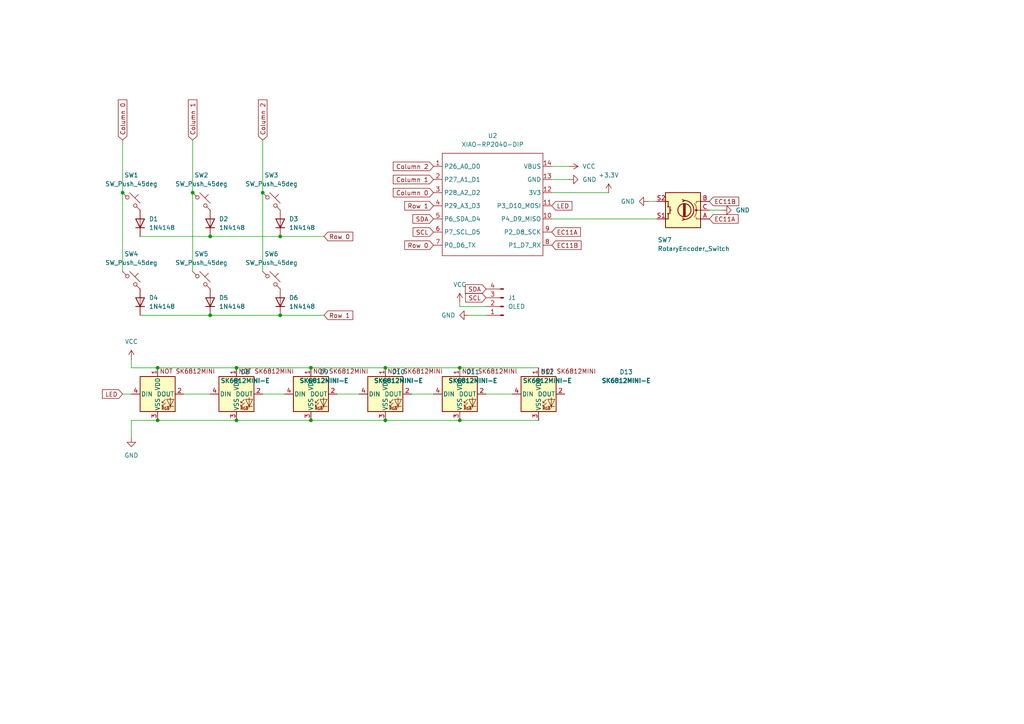
<source format=kicad_sch>
(kicad_sch (version 20250114) (generator "eeschema") (generator_version "9.0")
  (paper "A4")
  (lib_symbols
    (symbol "Connector:Conn_01x04_Pin" (pin_names (offset 1.016) (hide yes))
      (property "Reference" "J" (at 0 5.08 0))
      (property "Value" "Conn_01x04_Pin" (at 0 -7.62 0))
      (symbol "Conn_01x04_Pin_1_1"
        (rectangle (start 0.8636 2.667) (end 0 2.413) (stroke (width 0.1524)) (fill (type outline)))
        (rectangle (start 0.8636 0.127) (end 0 -0.127) (stroke (width 0.1524)) (fill (type outline)))
        (rectangle (start 0.8636 -2.413) (end 0 -2.667) (stroke (width 0.1524)) (fill (type outline)))
        (rectangle (start 0.8636 -4.953) (end 0 -5.207) (stroke (width 0.1524)) (fill (type outline)))
        (polyline (pts (xy 1.27 2.54) (xy 0.8636 2.54)) (stroke (width 0.1524)))
        (polyline (pts (xy 1.27 0) (xy 0.8636 0)) (stroke (width 0.1524)))
        (polyline (pts (xy 1.27 -2.54) (xy 0.8636 -2.54)) (stroke (width 0.1524)))
        (polyline (pts (xy 1.27 -5.08) (xy 0.8636 -5.08)) (stroke (width 0.1524)))
        (pin passive line (at 5.08 2.54 180) (length 3.81) (name "Pin_1") (number "1"))
        (pin passive line (at 5.08 0 180) (length 3.81) (name "Pin_2") (number "2"))
        (pin passive line (at 5.08 -2.54 180) (length 3.81) (name "Pin_3") (number "3"))
        (pin passive line (at 5.08 -5.08 180) (length 3.81) (name "Pin_4") (number "4"))
      )
    )
    (symbol "Device:RotaryEncoder_Switch" (pin_names (offset 0.254) (hide yes))
      (property "Reference" "SW" (at 0 6.604 0))
      (property "Value" "RotaryEncoder_Switch" (at 0 -6.604 0))
      (symbol "RotaryEncoder_Switch_0_1"
        (rectangle (start -5.08 5.08) (end 5.08 -5.08) (stroke (width 0.254)) (fill (type background)))
        (polyline (pts (xy -5.08 2.54) (xy -3.81 2.54) (xy -3.81 2.032)))
        (polyline (pts (xy -5.08 0) (xy -3.81 0) (xy -3.81 -1.016) (xy -3.302 -2.032)))
        (polyline (pts (xy -5.08 -2.54) (xy -3.81 -2.54) (xy -3.81 -2.032)))
        (polyline (pts (xy -4.318 0) (xy -3.81 0) (xy -3.81 1.016) (xy -3.302 2.032)))
        (circle (center -3.81 0) (radius 0.254) (fill (type outline)))
        (polyline (pts (xy -0.635 -1.778) (xy -0.635 1.778)) (stroke (width 0.254)))
        (circle (center -0.381 0) (radius 1.905) (stroke (width 0.254)))
        (polyline (pts (xy -0.381 -1.778) (xy -0.381 1.778)) (stroke (width 0.254)))
        (arc (start -0.381 -2.794) (mid -3.0988 -0.0635) (end -0.381 2.667) (stroke (width 0.254)))
        (polyline (pts (xy -0.127 1.778) (xy -0.127 -1.778)) (stroke (width 0.254)))
        (polyline (pts (xy 0.254 2.921) (xy -0.508 2.667) (xy 0.127 2.286)) (stroke (width 0.254)))
        (polyline (pts (xy 0.254 -3.048) (xy -0.508 -2.794) (xy 0.127 -2.413)) (stroke (width 0.254)))
        (polyline (pts (xy 3.81 1.016) (xy 3.81 -1.016)) (stroke (width 0.254)))
        (polyline (pts (xy 3.81 0) (xy 3.429 0)) (stroke (width 0.254)))
        (circle (center 4.318 1.016) (radius 0.127) (stroke (width 0.254)))
        (circle (center 4.318 -1.016) (radius 0.127) (stroke (width 0.254)))
        (polyline (pts (xy 5.08 2.54) (xy 4.318 2.54) (xy 4.318 1.016)) (stroke (width 0.254)))
        (polyline (pts (xy 5.08 -2.54) (xy 4.318 -2.54) (xy 4.318 -1.016)) (stroke (width 0.254)))
      )
      (symbol "RotaryEncoder_Switch_1_1"
        (pin passive line (at -7.62 2.54 0) (length 2.54) (name "A") (number "A"))
        (pin passive line (at -7.62 0 0) (length 2.54) (name "C") (number "C"))
        (pin passive line (at -7.62 -2.54 0) (length 2.54) (name "B") (number "B"))
        (pin passive line (at 7.62 2.54 180) (length 2.54) (name "S1") (number "S1"))
        (pin passive line (at 7.62 -2.54 180) (length 2.54) (name "S2") (number "S2"))
      )
    )
    (symbol "Diode:1N4148" (pin_numbers (hide yes)) (pin_names (hide yes))
      (property "Reference" "D" (at 0 2.54 0))
      (property "Value" "1N4148" (at 0 -2.54 0))
      (symbol "1N4148_0_1"
        (polyline (pts (xy -1.27 1.27) (xy -1.27 -1.27)) (stroke (width 0.254)))
        (polyline (pts (xy 1.27 1.27) (xy 1.27 -1.27) (xy -1.27 0) (xy 1.27 1.27)) (stroke (width 0.254)))
        (polyline (pts (xy 1.27 0) (xy -1.27 0)))
      )
      (symbol "1N4148_1_1"
        (pin passive line (at -3.81 0 0) (length 2.54) (name "K") (number "1"))
        (pin passive line (at 3.81 0 180) (length 2.54) (name "A") (number "2"))
      )
    )
    (symbol "SK6812MINI-E:SK6812MINI-E" (pin_names (offset 0.254))
      (property "Reference" "D" (at -3.556 5.842 0))
      (property "Value" "SK6812MINI-E" (at 1.27 -5.715 0))
      (symbol "SK6812MINI-E_0_0"
        (text "RGB" (at 2.286 -4.191 0) (effects (font (size 0.762 0.762))))
      )
      (symbol "SK6812MINI-E_0_1"
        (rectangle (start -5.08 5.08) (end 5.08 -5.08) (stroke (width 0.254)) (fill (type background)))
        (polyline (pts (xy 1.27 -2.54) (xy 1.778 -2.54)))
        (polyline (pts (xy 1.27 -3.556) (xy 1.778 -3.556)))
        (polyline (pts (xy 2.286 -1.524) (xy 1.27 -2.54) (xy 1.27 -2.032)))
        (polyline (pts (xy 2.286 -2.54) (xy 1.27 -3.556) (xy 1.27 -3.048)))
        (polyline (pts (xy 3.683 -1.016) (xy 3.683 -3.556) (xy 3.683 -4.064)))
        (polyline (pts (xy 4.699 -1.524) (xy 2.667 -1.524) (xy 3.683 -3.556) (xy 4.699 -1.524)))
        (polyline (pts (xy 4.699 -3.556) (xy 2.667 -3.556)))
      )
      (symbol "SK6812MINI-E_1_1"
        (text "NOT SK6812MINI" (at 8.636 6.604 0) (effects (font (size 1.27 1.27))))
        (pin input line (at -7.62 0 0) (length 2.54) (name "DIN") (number "4"))
        (pin power_in line (at 0 7.62 270) (length 2.54) (name "VDD") (number "1"))
        (pin power_in line (at 0 -7.62 90) (length 2.54) (name "VSS") (number "3"))
        (pin output line (at 7.62 0 180) (length 2.54) (name "DOUT") (number "2"))
      )
    )
    (symbol "Seeed_Studio_XIAO_Series:XIAO-RP2040-DIP"
      (property "Reference" "U" (at -11.938 -1.524 0))
      (property "Value" "XIAO-RP2040-DIP" (at -3.556 -3.556 0))
      (symbol "XIAO-RP2040-DIP_0_1"
        (rectangle (start -12.7 -5.08) (end 16.51 -34.798))
      )
      (symbol "XIAO-RP2040-DIP_1_1"
        (pin passive line (at -15.24 -8.89 0) (length 2.54) (name "P26_A0_D0") (number "1"))
        (pin passive line (at -15.24 -12.7 0) (length 2.54) (name "P27_A1_D1") (number "2"))
        (pin passive line (at -15.24 -16.51 0) (length 2.54) (name "P28_A2_D2") (number "3"))
        (pin passive line (at -15.24 -20.32 0) (length 2.54) (name "P29_A3_D3") (number "4"))
        (pin passive line (at -15.24 -24.13 0) (length 2.54) (name "P6_SDA_D4") (number "5"))
        (pin passive line (at -15.24 -27.94 0) (length 2.54) (name "P7_SCL_D5") (number "6"))
        (pin passive line (at -15.24 -31.75 0) (length 2.54) (name "P0_D6_TX") (number "7"))
        (pin passive line (at 19.05 -8.89 180) (length 2.54) (name "VBUS") (number "14"))
        (pin passive line (at 19.05 -12.7 180) (length 2.54) (name "GND") (number "13"))
        (pin passive line (at 19.05 -16.51 180) (length 2.54) (name "3V3") (number "12"))
        (pin passive line (at 19.05 -20.32 180) (length 2.54) (name "P3_D10_MOSI") (number "11"))
        (pin passive line (at 19.05 -24.13 180) (length 2.54) (name "P4_D9_MISO") (number "10"))
        (pin passive line (at 19.05 -27.94 180) (length 2.54) (name "P2_D8_SCK") (number "9"))
        (pin passive line (at 19.05 -31.75 180) (length 2.54) (name "P1_D7_RX") (number "8"))
      )
    )
    (symbol "Switch:SW_Push_45deg" (pin_numbers (hide yes)) (pin_names (offset 1.016) (hide yes))
      (property "Reference" "SW" (at 3.048 1.016 0))
      (property "Value" "SW_Push_45deg" (at 0 -3.81 0))
      (symbol "SW_Push_45deg_0_1"
        (polyline (pts (xy -2.54 2.54) (xy -1.524 1.524) (xy -1.524 1.524)))
        (circle (center -1.1684 1.1684) (radius 0.508))
        (polyline (pts (xy -0.508 2.54) (xy 2.54 -0.508)))
        (polyline (pts (xy 1.016 1.016) (xy 2.032 2.032)))
        (circle (center 1.143 -1.1938) (radius 0.508))
        (polyline (pts (xy 1.524 -1.524) (xy 2.54 -2.54) (xy 2.54 -2.54) (xy 2.54 -2.54)))
        (pin passive line (at -2.54 2.54 0) (length 0) (name "1") (number "1"))
        (pin passive line (at 2.54 -2.54 180) (length 0) (name "2") (number "2"))
      )
    )
    (symbol "power:+3.3V" (power) (pin_numbers (hide yes)) (pin_names (offset 0) (hide yes))
      (property "Value" "+3.3V" (at 0 3.556 0))
      (symbol "+3.3V_0_1"
        (polyline (pts (xy -0.762 1.27) (xy 0 2.54)))
        (polyline (pts (xy 0 2.54) (xy 0.762 1.27)))
        (polyline (pts (xy 0 0) (xy 0 2.54)))
      )
      (symbol "+3.3V_1_1"
        (pin power_in line (at 0 0 90) (length 0) (name "~") (number "1"))
      )
    )
    (symbol "power:GND" (power) (pin_numbers (hide yes)) (pin_names (offset 0) (hide yes))
      (property "Value" "GND" (at 0 -3.81 0))
      (symbol "GND_0_1"
        (polyline (pts (xy 0 0) (xy 0 -1.27) (xy 1.27 -1.27) (xy 0 -2.54) (xy -1.27 -1.27) (xy 0 -1.27)))
      )
      (symbol "GND_1_1"
        (pin power_in line (at 0 0 270) (length 0) (name "~") (number "1"))
      )
    )
    (symbol "power:VCC" (power) (pin_numbers (hide yes)) (pin_names (offset 0) (hide yes))
      (property "Value" "VCC" (at 0 3.556 0))
      (symbol "VCC_0_1"
        (polyline (pts (xy -0.762 1.27) (xy 0 2.54)))
        (polyline (pts (xy 0 2.54) (xy 0.762 1.27)))
        (polyline (pts (xy 0 0) (xy 0 2.54)))
      )
      (symbol "VCC_1_1"
        (pin power_in line (at 0 0 90) (length 0) (name "~") (number "1"))
      )
    )
  )
  (junction (at 90.17 106.68))
  (junction (at 60.96 68.58))
  (junction (at 111.76 106.68))
  (junction (at 76.2 55.88))
  (junction (at 90.17 121.92))
  (junction (at 60.96 91.44))
  (junction (at 81.28 68.58))
  (junction (at 68.58 106.68))
  (junction (at 35.56 55.88))
  (junction (at 68.58 121.92))
  (junction (at 45.72 106.68))
  (junction (at 111.76 121.92))
  (junction (at 133.35 106.68))
  (junction (at 133.35 121.92))
  (junction (at 55.88 55.88))
  (junction (at 45.72 121.92))
  (junction (at 81.28 91.44))
  (wire (pts (xy 45.72 106.68) (xy 68.58 106.68)))
  (wire (pts (xy 81.28 91.44) (xy 93.98 91.44)))
  (wire (pts (xy 55.88 40.64) (xy 55.88 55.88)))
  (wire (pts (xy 68.58 121.92) (xy 90.17 121.92)))
  (wire (pts (xy 160.02 55.88) (xy 176.53 55.88)))
  (wire (pts (xy 45.72 106.68) (xy 38.1 106.68)))
  (wire (pts (xy 160.02 52.07) (xy 165.1 52.07)))
  (wire (pts (xy 55.88 55.88) (xy 55.88 78.74)))
  (wire (pts (xy 76.2 114.3) (xy 82.55 114.3)))
  (wire (pts (xy 53.34 114.3) (xy 60.96 114.3)))
  (wire (pts (xy 140.97 114.3) (xy 148.59 114.3)))
  (wire (pts (xy 133.35 88.9) (xy 140.97 88.9)))
  (wire (pts (xy 119.38 114.3) (xy 125.73 114.3)))
  (wire (pts (xy 133.35 121.92) (xy 156.21 121.92)))
  (wire (pts (xy 160.02 63.5) (xy 190.5 63.5)))
  (wire (pts (xy 35.56 40.64) (xy 35.56 55.88)))
  (wire (pts (xy 90.17 106.68) (xy 111.76 106.68)))
  (wire (pts (xy 35.56 55.88) (xy 35.56 78.74)))
  (wire (pts (xy 40.64 68.58) (xy 60.96 68.58)))
  (wire (pts (xy 38.1 121.92) (xy 38.1 127)))
  (wire (pts (xy 81.28 68.58) (xy 93.98 68.58)))
  (wire (pts (xy 40.64 91.44) (xy 60.96 91.44)))
  (wire (pts (xy 90.17 121.92) (xy 111.76 121.92)))
  (wire (pts (xy 209.55 60.96) (xy 205.74 60.96)))
  (wire (pts (xy 60.96 68.58) (xy 81.28 68.58)))
  (wire (pts (xy 45.72 121.92) (xy 38.1 121.92)))
  (wire (pts (xy 187.96 58.42) (xy 190.5 58.42)))
  (wire (pts (xy 45.72 121.92) (xy 68.58 121.92)))
  (wire (pts (xy 135.89 91.44) (xy 140.97 91.44)))
  (wire (pts (xy 160.02 48.26) (xy 165.1 48.26)))
  (wire (pts (xy 111.76 121.92) (xy 133.35 121.92)))
  (wire (pts (xy 35.56 114.3) (xy 38.1 114.3)))
  (wire (pts (xy 60.96 91.44) (xy 81.28 91.44)))
  (wire (pts (xy 76.2 55.88) (xy 76.2 78.74)))
  (wire (pts (xy 38.1 106.68) (xy 38.1 104.14)))
  (wire (pts (xy 68.58 106.68) (xy 90.17 106.68)))
  (wire (pts (xy 76.2 40.64) (xy 76.2 55.88)))
  (wire (pts (xy 133.35 88.9) (xy 133.35 87.63)))
  (wire (pts (xy 97.79 114.3) (xy 104.14 114.3)))
  (wire (pts (xy 133.35 106.68) (xy 156.21 106.68)))
  (wire (pts (xy 111.76 106.68) (xy 133.35 106.68)))
  (global_label "EC11A" (shape input) (at 160.02 67.31 0) (property "Intersheetrefs" "${INTERSHEET_REFS}" (effects (hide yes))))
  (global_label "SCL" (shape input) (at 140.97 86.36 180) (property "Intersheetrefs" "${INTERSHEET_REFS}" (effects (hide yes))))
  (global_label "EC11A" (shape input) (at 205.74 63.5 0) (property "Intersheetrefs" "${INTERSHEET_REFS}" (effects (hide yes))))
  (global_label "SDA" (shape input) (at 125.73 63.5 180) (property "Intersheetrefs" "${INTERSHEET_REFS}" (effects (hide yes))))
  (global_label "Column 1" (shape input) (at 55.88 40.64 90) (property "Intersheetrefs" "${INTERSHEET_REFS}" (effects (hide yes))))
  (global_label "LED" (shape input) (at 35.56 114.3 180) (property "Intersheetrefs" "${INTERSHEET_REFS}" (effects (hide yes))))
  (global_label "SDA" (shape input) (at 140.97 83.82 180) (property "Intersheetrefs" "${INTERSHEET_REFS}" (effects (hide yes))))
  (global_label "Row 1" (shape input) (at 125.73 59.69 180) (property "Intersheetrefs" "${INTERSHEET_REFS}" (effects (hide yes))))
  (global_label "Row 1" (shape input) (at 93.98 91.44 0) (property "Intersheetrefs" "${INTERSHEET_REFS}" (effects (hide yes))))
  (global_label "Column 2" (shape input) (at 76.2 40.64 90) (property "Intersheetrefs" "${INTERSHEET_REFS}" (effects (hide yes))))
  (global_label "SCL" (shape input) (at 125.73 67.31 180) (property "Intersheetrefs" "${INTERSHEET_REFS}" (effects (hide yes))))
  (global_label "Column 2" (shape input) (at 125.73 48.26 180) (property "Intersheetrefs" "${INTERSHEET_REFS}" (effects (hide yes))))
  (global_label "EC11B" (shape input) (at 205.74 58.42 0) (property "Intersheetrefs" "${INTERSHEET_REFS}" (effects (hide yes))))
  (global_label "Row 0" (shape input) (at 93.98 68.58 0) (property "Intersheetrefs" "${INTERSHEET_REFS}" (effects (hide yes))))
  (global_label "Column 1" (shape input) (at 125.73 52.07 180) (property "Intersheetrefs" "${INTERSHEET_REFS}" (effects (hide yes))))
  (global_label "Column 0" (shape input) (at 125.73 55.88 180) (property "Intersheetrefs" "${INTERSHEET_REFS}" (effects (hide yes))))
  (global_label "EC11B" (shape input) (at 160.02 71.12 0) (property "Intersheetrefs" "${INTERSHEET_REFS}" (effects (hide yes))))
  (global_label "Column 0" (shape input) (at 35.56 40.64 90) (property "Intersheetrefs" "${INTERSHEET_REFS}" (effects (hide yes))))
  (global_label "LED" (shape input) (at 160.02 59.69 0) (property "Intersheetrefs" "${INTERSHEET_REFS}" (effects (hide yes))))
  (global_label "Row 0" (shape input) (at 125.73 71.12 180) (property "Intersheetrefs" "${INTERSHEET_REFS}" (effects (hide yes))))
  (symbol (lib_id "Switch:SW_Push_45deg") (at 58.42 58.42 0) (unit 1)
    (property "Reference" "SW2" (at 58.42 50.8 0))
    (property "Value" "SW_Push_45deg" (at 58.42 53.34 0))
    (property "Footprint" "Button_Switch_Keyboard:SW_Cherry_MX_1.00u_PCB" (effects (hide yes)))
    (property "Description" "Push button switch, normally open, two pins, 45° tilted" (effects (hide yes)))
  )
  (symbol (lib_id "Diode:1N4148") (at 81.28 64.77 90) (unit 1)
    (property "Reference" "D3" (at 83.82 63.4999 90) (effects (justify right)))
    (property "Value" "1N4148" (at 83.82 66.0399 90) (effects (justify right)))
    (property "Footprint" "Diode_THT:D_DO-35_SOD27_P7.62mm_Horizontal" (effects (hide yes)))
    (property "Datasheet" "https://assets.nexperia.com/documents/data-sheet/1N4148_1N4448.pdf" (effects (hide yes)))
    (property "Description" "100V 0.15A standard switching diode, DO-35" (effects (hide yes)))
    (property "Sim.Device" "D" (effects (hide yes)))
    (property "Sim.Pins" "1=K 2=A" (effects (hide yes)))
  )
  (symbol (lib_id "Switch:SW_Push_45deg") (at 78.74 81.28 0) (unit 1)
    (property "Reference" "SW6" (at 78.74 73.66 0))
    (property "Value" "SW_Push_45deg" (at 78.74 76.2 0))
    (property "Footprint" "Button_Switch_Keyboard:SW_Cherry_MX_1.00u_PCB" (effects (hide yes)))
    (property "Description" "Push button switch, normally open, two pins, 45° tilted" (effects (hide yes)))
  )
  (symbol (lib_id "power:VCC") (at 38.1 104.14 0) (unit 1)
    (property "Reference" "#PWR06" (effects (hide yes)))
    (property "Value" "VCC" (at 38.1 99.06 0))
    (property "Description" "Power symbol creates a global label with name \"VCC\"" (effects (hide yes)))
  )
  (symbol (lib_id "Diode:1N4148") (at 60.96 87.63 90) (unit 1)
    (property "Reference" "D5" (at 63.5 86.3599 90) (effects (justify right)))
    (property "Value" "1N4148" (at 63.5 88.8999 90) (effects (justify right)))
    (property "Footprint" "Diode_THT:D_DO-35_SOD27_P7.62mm_Horizontal" (effects (hide yes)))
    (property "Datasheet" "https://assets.nexperia.com/documents/data-sheet/1N4148_1N4448.pdf" (effects (hide yes)))
    (property "Description" "100V 0.15A standard switching diode, DO-35" (effects (hide yes)))
    (property "Sim.Device" "D" (effects (hide yes)))
    (property "Sim.Pins" "1=K 2=A" (effects (hide yes)))
  )
  (symbol (lib_id "Diode:1N4148") (at 81.28 87.63 90) (unit 1)
    (property "Reference" "D6" (at 83.82 86.3599 90) (effects (justify right)))
    (property "Value" "1N4148" (at 83.82 88.8999 90) (effects (justify right)))
    (property "Footprint" "Diode_THT:D_DO-35_SOD27_P7.62mm_Horizontal" (effects (hide yes)))
    (property "Datasheet" "https://assets.nexperia.com/documents/data-sheet/1N4148_1N4448.pdf" (effects (hide yes)))
    (property "Description" "100V 0.15A standard switching diode, DO-35" (effects (hide yes)))
    (property "Sim.Device" "D" (effects (hide yes)))
    (property "Sim.Pins" "1=K 2=A" (effects (hide yes)))
  )
  (symbol (lib_id "Switch:SW_Push_45deg") (at 78.74 58.42 0) (unit 1)
    (property "Reference" "SW3" (at 78.74 50.8 0))
    (property "Value" "SW_Push_45deg" (at 78.74 53.34 0))
    (property "Footprint" "Button_Switch_Keyboard:SW_Cherry_MX_1.00u_PCB" (effects (hide yes)))
    (property "Description" "Push button switch, normally open, two pins, 45° tilted" (effects (hide yes)))
  )
  (symbol (lib_id "SK6812MINI-E:SK6812MINI-E") (at 111.76 114.3 0) (unit 1)
    (property "Reference" "D11" (at 137.16 107.8798 0))
    (property "Value" "SK6812MINI-E" (at 137.16 110.4199 0) (effects (font (thickness 0.254) (bold yes))))
    (property "Footprint" "footprints:SK6812MINI-E_fixed" (effects (hide yes)))
    (property "Datasheet" "https://cdn-shop.adafruit.com/product-files/4960/4960_SK6812MINI-E_REV02_EN.pdf" (effects (hide yes)))
    (property "Description" "RGB LED with integrated controller" (effects (hide yes)))
  )
  (symbol (lib_id "power:VCC") (at 165.1 48.26 270) (unit 1)
    (property "Reference" "#PWR04" (effects (hide yes)))
    (property "Value" "VCC" (at 168.91 48.2599 90) (effects (justify left)))
    (property "Description" "Power symbol creates a global label with name \"VCC\"" (effects (hide yes)))
  )
  (symbol (lib_id "Switch:SW_Push_45deg") (at 58.42 81.28 0) (unit 1)
    (property "Reference" "SW5" (at 58.42 73.66 0))
    (property "Value" "SW_Push_45deg" (at 58.42 76.2 0))
    (property "Footprint" "Button_Switch_Keyboard:SW_Cherry_MX_1.00u_PCB" (effects (hide yes)))
    (property "Description" "Push button switch, normally open, two pins, 45° tilted" (effects (hide yes)))
  )
  (symbol (lib_id "power:GND") (at 209.55 60.96 90) (unit 1)
    (property "Reference" "#PWR05" (effects (hide yes)))
    (property "Value" "GND" (at 213.36 60.9601 90) (effects (justify right)))
    (property "Description" "Power symbol creates a global label with name \"GND\" , ground" (effects (hide yes)))
  )
  (symbol (lib_id "power:GND") (at 187.96 58.42 270) (unit 1)
    (property "Reference" "#PWR09" (effects (hide yes)))
    (property "Value" "GND" (at 184.15 58.4199 90) (effects (justify right)))
    (property "Description" "Power symbol creates a global label with name \"GND\" , ground" (effects (hide yes)))
  )
  (symbol (lib_id "SK6812MINI-E:SK6812MINI-E") (at 68.58 114.3 0) (unit 1)
    (property "Reference" "D9" (at 93.98 107.8798 0))
    (property "Value" "SK6812MINI-E" (at 93.98 110.4199 0) (effects (font (thickness 0.254) (bold yes))))
    (property "Footprint" "footprints:SK6812MINI-E_fixed" (effects (hide yes)))
    (property "Datasheet" "https://cdn-shop.adafruit.com/product-files/4960/4960_SK6812MINI-E_REV02_EN.pdf" (effects (hide yes)))
    (property "Description" "RGB LED with integrated controller" (effects (hide yes)))
  )
  (symbol (lib_id "power:VCC") (at 133.35 87.63 0) (unit 1)
    (property "Reference" "#PWR03" (effects (hide yes)))
    (property "Value" "VCC" (at 133.35 82.55 0))
    (property "Description" "Power symbol creates a global label with name \"VCC\"" (effects (hide yes)))
  )
  (symbol (lib_id "power:+3.3V") (at 176.53 55.88 0) (unit 1)
    (property "Reference" "#PWR08" (effects (hide yes)))
    (property "Value" "+3.3V" (at 176.53 50.8 0))
    (property "Description" "Power symbol creates a global label with name \"+3.3V\"" (effects (hide yes)))
  )
  (symbol (lib_id "Device:RotaryEncoder_Switch") (at 198.12 60.96 180) (unit 1)
    (property "Reference" "SW7" (at 190.754 69.596 0) (effects (justify right)))
    (property "Value" "RotaryEncoder_Switch" (at 190.754 72.136 0) (effects (justify right)))
    (property "Footprint" "Rotary_Encoder:RotaryEncoder_Alps_EC11E-Switch_Vertical_H20mm" (effects (hide yes)))
    (property "Description" "Rotary encoder, dual channel, incremental quadrate outputs, with switch" (effects (hide yes)))
  )
  (symbol (lib_id "power:GND") (at 135.89 91.44 270) (unit 1)
    (property "Reference" "#PWR02" (effects (hide yes)))
    (property "Value" "GND" (at 132.08 91.4399 90) (effects (justify right)))
    (property "Description" "Power symbol creates a global label with name \"GND\" , ground" (effects (hide yes)))
  )
  (symbol (lib_id "SK6812MINI-E:SK6812MINI-E") (at 156.21 114.3 0) (unit 1)
    (property "Reference" "D13" (at 181.61 107.8798 0))
    (property "Value" "SK6812MINI-E" (at 181.61 110.4199 0) (effects (font (thickness 0.254) (bold yes))))
    (property "Footprint" "footprints:SK6812MINI-E_fixed" (effects (hide yes)))
    (property "Datasheet" "https://cdn-shop.adafruit.com/product-files/4960/4960_SK6812MINI-E_REV02_EN.pdf" (effects (hide yes)))
    (property "Description" "RGB LED with integrated controller" (effects (hide yes)))
  )
  (symbol (lib_id "SK6812MINI-E:SK6812MINI-E") (at 45.72 114.3 0) (unit 1)
    (property "Reference" "D8" (at 71.12 107.8798 0))
    (property "Value" "SK6812MINI-E" (at 71.12 110.4199 0) (effects (font (thickness 0.254) (bold yes))))
    (property "Footprint" "footprints:SK6812MINI-E_fixed" (effects (hide yes)))
    (property "Datasheet" "https://cdn-shop.adafruit.com/product-files/4960/4960_SK6812MINI-E_REV02_EN.pdf" (effects (hide yes)))
    (property "Description" "RGB LED with integrated controller" (effects (hide yes)))
  )
  (symbol (lib_id "SK6812MINI-E:SK6812MINI-E") (at 133.35 114.3 0) (unit 1)
    (property "Reference" "D12" (at 158.75 107.8798 0))
    (property "Value" "SK6812MINI-E" (at 158.75 110.4199 0) (effects (font (thickness 0.254) (bold yes))))
    (property "Footprint" "footprints:SK6812MINI-E_fixed" (effects (hide yes)))
    (property "Datasheet" "https://cdn-shop.adafruit.com/product-files/4960/4960_SK6812MINI-E_REV02_EN.pdf" (effects (hide yes)))
    (property "Description" "RGB LED with integrated controller" (effects (hide yes)))
  )
  (symbol (lib_id "SK6812MINI-E:SK6812MINI-E") (at 90.17 114.3 0) (unit 1)
    (property "Reference" "D10" (at 115.57 107.8798 0))
    (property "Value" "SK6812MINI-E" (at 115.57 110.4199 0) (effects (font (thickness 0.254) (bold yes))))
    (property "Footprint" "footprints:SK6812MINI-E_fixed" (effects (hide yes)))
    (property "Datasheet" "https://cdn-shop.adafruit.com/product-files/4960/4960_SK6812MINI-E_REV02_EN.pdf" (effects (hide yes)))
    (property "Description" "RGB LED with integrated controller" (effects (hide yes)))
  )
  (symbol (lib_id "Diode:1N4148") (at 40.64 87.63 90) (unit 1)
    (property "Reference" "D4" (at 43.18 86.3599 90) (effects (justify right)))
    (property "Value" "1N4148" (at 43.18 88.8999 90) (effects (justify right)))
    (property "Footprint" "Diode_THT:D_DO-35_SOD27_P7.62mm_Horizontal" (effects (hide yes)))
    (property "Datasheet" "https://assets.nexperia.com/documents/data-sheet/1N4148_1N4448.pdf" (effects (hide yes)))
    (property "Description" "100V 0.15A standard switching diode, DO-35" (effects (hide yes)))
    (property "Sim.Device" "D" (effects (hide yes)))
    (property "Sim.Pins" "1=K 2=A" (effects (hide yes)))
  )
  (symbol (lib_id "Diode:1N4148") (at 60.96 64.77 90) (unit 1)
    (property "Reference" "D2" (at 63.5 63.4999 90) (effects (justify right)))
    (property "Value" "1N4148" (at 63.5 66.0399 90) (effects (justify right)))
    (property "Footprint" "Diode_THT:D_DO-35_SOD27_P7.62mm_Horizontal" (effects (hide yes)))
    (property "Datasheet" "https://assets.nexperia.com/documents/data-sheet/1N4148_1N4448.pdf" (effects (hide yes)))
    (property "Description" "100V 0.15A standard switching diode, DO-35" (effects (hide yes)))
    (property "Sim.Device" "D" (effects (hide yes)))
    (property "Sim.Pins" "1=K 2=A" (effects (hide yes)))
  )
  (symbol (lib_id "power:GND") (at 165.1 52.07 90) (unit 1)
    (property "Reference" "#PWR01" (effects (hide yes)))
    (property "Value" "GND" (at 168.91 52.0699 90) (effects (justify right)))
    (property "Description" "Power symbol creates a global label with name \"GND\" , ground" (effects (hide yes)))
  )
  (symbol (lib_id "Diode:1N4148") (at 40.64 64.77 90) (unit 1)
    (property "Reference" "D1" (at 43.18 63.4999 90) (effects (justify right)))
    (property "Value" "1N4148" (at 43.18 66.0399 90) (effects (justify right)))
    (property "Footprint" "Diode_THT:D_DO-35_SOD27_P7.62mm_Horizontal" (effects (hide yes)))
    (property "Datasheet" "https://assets.nexperia.com/documents/data-sheet/1N4148_1N4448.pdf" (effects (hide yes)))
    (property "Description" "100V 0.15A standard switching diode, DO-35" (effects (hide yes)))
    (property "Sim.Device" "D" (effects (hide yes)))
    (property "Sim.Pins" "1=K 2=A" (effects (hide yes)))
  )
  (symbol (lib_id "Seeed_Studio_XIAO_Series:XIAO-RP2040-DIP") (at 140.97 39.37 0) (unit 1)
    (property "Reference" "U2" (at 142.875 39.37 0))
    (property "Value" "XIAO-RP2040-DIP" (at 142.875 41.91 0))
    (property "Footprint" "xiaofootprints:XIAO-RP2040-DIP" (effects (hide yes)))
  )
  (symbol (lib_id "Switch:SW_Push_45deg") (at 38.1 81.28 0) (unit 1)
    (property "Reference" "SW4" (at 38.1 73.66 0))
    (property "Value" "SW_Push_45deg" (at 38.1 76.2 0))
    (property "Footprint" "Button_Switch_Keyboard:SW_Cherry_MX_1.00u_PCB" (effects (hide yes)))
    (property "Description" "Push button switch, normally open, two pins, 45° tilted" (effects (hide yes)))
  )
  (symbol (lib_id "Connector:Conn_01x04_Pin") (at 146.05 88.9 180) (unit 1)
    (property "Reference" "J1" (at 147.32 86.3599 0) (effects (justify right)))
    (property "Value" "OLED" (at 147.32 88.8999 0) (effects (justify right)))
    (property "Footprint" "OLED:SSD1306-0.91-OLED-4pin-128x32" (effects (hide yes)))
    (property "Description" "Generic connector, single row, 01x04, script generated" (effects (hide yes)))
  )
  (symbol (lib_id "Switch:SW_Push_45deg") (at 38.1 58.42 0) (unit 1)
    (property "Reference" "SW1" (at 38.1 50.8 0))
    (property "Value" "SW_Push_45deg" (at 38.1 53.34 0))
    (property "Footprint" "Button_Switch_Keyboard:SW_Cherry_MX_1.00u_PCB" (effects (hide yes)))
    (property "Description" "Push button switch, normally open, two pins, 45° tilted" (effects (hide yes)))
  )
  (symbol (lib_id "power:GND") (at 38.1 127 0) (unit 1)
    (property "Reference" "#PWR07" (effects (hide yes)))
    (property "Value" "GND" (at 38.1 132.08 0))
    (property "Description" "Power symbol creates a global label with name \"GND\" , ground" (effects (hide yes)))
  )
)
</source>
